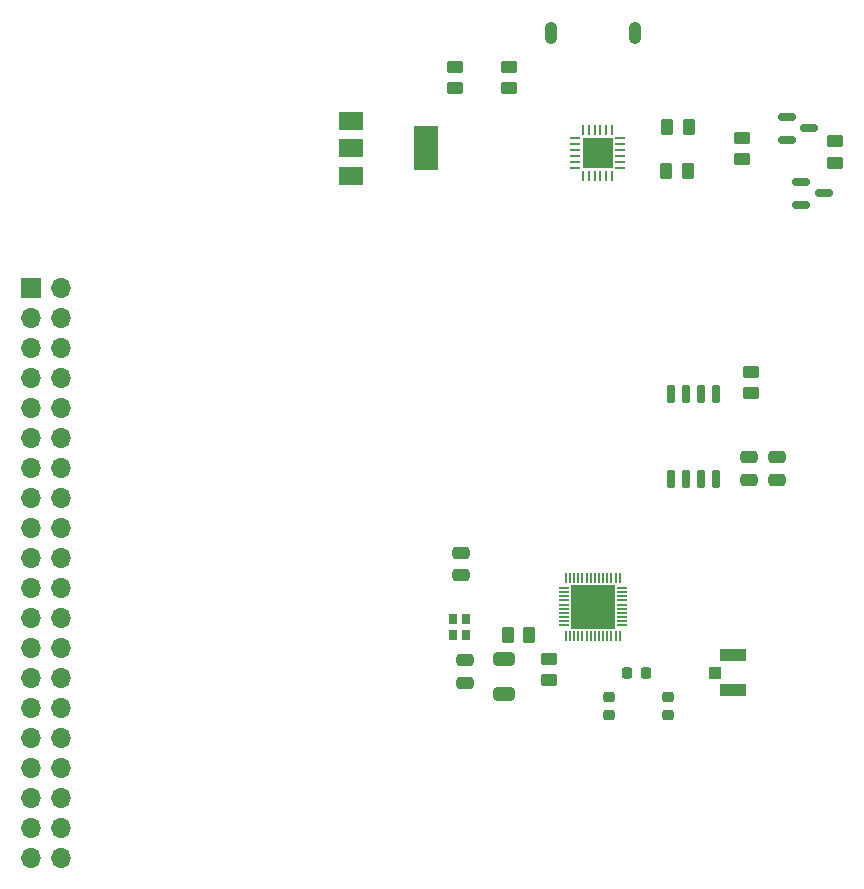
<source format=gbr>
%TF.GenerationSoftware,KiCad,Pcbnew,6.0.11-3.fc37*%
%TF.CreationDate,2023-03-10T11:04:47-06:00*%
%TF.ProjectId,ESP32,45535033-322e-46b6-9963-61645f706362,rev?*%
%TF.SameCoordinates,Original*%
%TF.FileFunction,Soldermask,Top*%
%TF.FilePolarity,Negative*%
%FSLAX46Y46*%
G04 Gerber Fmt 4.6, Leading zero omitted, Abs format (unit mm)*
G04 Created by KiCad (PCBNEW 6.0.11-3.fc37) date 2023-03-10 11:04:47*
%MOMM*%
%LPD*%
G01*
G04 APERTURE LIST*
G04 Aperture macros list*
%AMRoundRect*
0 Rectangle with rounded corners*
0 $1 Rounding radius*
0 $2 $3 $4 $5 $6 $7 $8 $9 X,Y pos of 4 corners*
0 Add a 4 corners polygon primitive as box body*
4,1,4,$2,$3,$4,$5,$6,$7,$8,$9,$2,$3,0*
0 Add four circle primitives for the rounded corners*
1,1,$1+$1,$2,$3*
1,1,$1+$1,$4,$5*
1,1,$1+$1,$6,$7*
1,1,$1+$1,$8,$9*
0 Add four rect primitives between the rounded corners*
20,1,$1+$1,$2,$3,$4,$5,0*
20,1,$1+$1,$4,$5,$6,$7,0*
20,1,$1+$1,$6,$7,$8,$9,0*
20,1,$1+$1,$8,$9,$2,$3,0*%
G04 Aperture macros list end*
%ADD10RoundRect,0.150000X-0.150000X0.650000X-0.150000X-0.650000X0.150000X-0.650000X0.150000X0.650000X0*%
%ADD11R,1.050000X1.000000*%
%ADD12R,2.200000X1.050000*%
%ADD13R,2.000000X1.500000*%
%ADD14R,2.000000X3.800000*%
%ADD15RoundRect,0.250000X-0.262500X-0.450000X0.262500X-0.450000X0.262500X0.450000X-0.262500X0.450000X0*%
%ADD16R,0.800000X0.900000*%
%ADD17RoundRect,0.250000X-0.450000X0.262500X-0.450000X-0.262500X0.450000X-0.262500X0.450000X0.262500X0*%
%ADD18RoundRect,0.250000X0.450000X-0.262500X0.450000X0.262500X-0.450000X0.262500X-0.450000X-0.262500X0*%
%ADD19RoundRect,0.218750X0.218750X0.256250X-0.218750X0.256250X-0.218750X-0.256250X0.218750X-0.256250X0*%
%ADD20RoundRect,0.150000X-0.587500X-0.150000X0.587500X-0.150000X0.587500X0.150000X-0.587500X0.150000X0*%
%ADD21R,1.700000X1.700000*%
%ADD22O,1.700000X1.700000*%
%ADD23RoundRect,0.250000X0.475000X-0.250000X0.475000X0.250000X-0.475000X0.250000X-0.475000X-0.250000X0*%
%ADD24RoundRect,0.225000X-0.250000X0.225000X-0.250000X-0.225000X0.250000X-0.225000X0.250000X0.225000X0*%
%ADD25RoundRect,0.250000X-0.475000X0.250000X-0.475000X-0.250000X0.475000X-0.250000X0.475000X0.250000X0*%
%ADD26RoundRect,0.062500X-0.062500X0.350000X-0.062500X-0.350000X0.062500X-0.350000X0.062500X0.350000X0*%
%ADD27RoundRect,0.062500X-0.350000X0.062500X-0.350000X-0.062500X0.350000X-0.062500X0.350000X0.062500X0*%
%ADD28R,2.600000X2.600000*%
%ADD29RoundRect,0.250000X-0.650000X0.325000X-0.650000X-0.325000X0.650000X-0.325000X0.650000X0.325000X0*%
%ADD30RoundRect,0.050000X0.050000X-0.350000X0.050000X0.350000X-0.050000X0.350000X-0.050000X-0.350000X0*%
%ADD31RoundRect,0.050000X0.350000X-0.050000X0.350000X0.050000X-0.350000X0.050000X-0.350000X-0.050000X0*%
%ADD32R,3.700000X3.700000*%
%ADD33O,1.050000X1.900000*%
G04 APERTURE END LIST*
D10*
%TO.C,U3*%
X80405000Y-52000000D03*
X79135000Y-52000000D03*
X77865000Y-52000000D03*
X76595000Y-52000000D03*
X76595000Y-59200000D03*
X77865000Y-59200000D03*
X79135000Y-59200000D03*
X80405000Y-59200000D03*
%TD*%
D11*
%TO.C,AE1*%
X80350000Y-75600000D03*
D12*
X81875000Y-77075000D03*
X81875000Y-74125000D03*
%TD*%
D13*
%TO.C,U1*%
X49550000Y-28900000D03*
D14*
X55850000Y-31200000D03*
D13*
X49550000Y-31200000D03*
X49550000Y-33500000D03*
%TD*%
D15*
%TO.C,R9*%
X76212500Y-33075000D03*
X78037500Y-33075000D03*
%TD*%
D16*
%TO.C,Y1*%
X59250000Y-72400000D03*
X59250000Y-71000000D03*
X58150000Y-71000000D03*
X58150000Y-72400000D03*
%TD*%
D17*
%TO.C,R7*%
X58300000Y-24287500D03*
X58300000Y-26112500D03*
%TD*%
D18*
%TO.C,R6*%
X82600000Y-32112500D03*
X82600000Y-30287500D03*
%TD*%
D17*
%TO.C,R5*%
X90500000Y-30575000D03*
X90500000Y-32400000D03*
%TD*%
D19*
%TO.C,L1*%
X74487500Y-75600000D03*
X72912500Y-75600000D03*
%TD*%
D18*
%TO.C,R4*%
X83400000Y-51912500D03*
X83400000Y-50087500D03*
%TD*%
D20*
%TO.C,Q2*%
X86462500Y-28550000D03*
X86462500Y-30450000D03*
X88337500Y-29500000D03*
%TD*%
D21*
%TO.C,J1*%
X22400000Y-43000000D03*
D22*
X24940000Y-43000000D03*
X22400000Y-45540000D03*
X24940000Y-45540000D03*
X22400000Y-48080000D03*
X24940000Y-48080000D03*
X22400000Y-50620000D03*
X24940000Y-50620000D03*
X22400000Y-53160000D03*
X24940000Y-53160000D03*
X22400000Y-55700000D03*
X24940000Y-55700000D03*
X22400000Y-58240000D03*
X24940000Y-58240000D03*
X22400000Y-60780000D03*
X24940000Y-60780000D03*
X22400000Y-63320000D03*
X24940000Y-63320000D03*
X22400000Y-65860000D03*
X24940000Y-65860000D03*
X22400000Y-68400000D03*
X24940000Y-68400000D03*
X22400000Y-70940000D03*
X24940000Y-70940000D03*
X22400000Y-73480000D03*
X24940000Y-73480000D03*
X22400000Y-76020000D03*
X24940000Y-76020000D03*
X22400000Y-78560000D03*
X24940000Y-78560000D03*
X22400000Y-81100000D03*
X24940000Y-81100000D03*
X22400000Y-83640000D03*
X24940000Y-83640000D03*
X22400000Y-86180000D03*
X24940000Y-86180000D03*
X22400000Y-88720000D03*
X24940000Y-88720000D03*
X22400000Y-91260000D03*
X24940000Y-91260000D03*
%TD*%
D23*
%TO.C,C9*%
X59200000Y-76450000D03*
X59200000Y-74550000D03*
%TD*%
D15*
%TO.C,R8*%
X76287500Y-29400000D03*
X78112500Y-29400000D03*
%TD*%
D24*
%TO.C,C3*%
X76400000Y-77625000D03*
X76400000Y-79175000D03*
%TD*%
D18*
%TO.C,FB1*%
X66300000Y-76212500D03*
X66300000Y-74387500D03*
%TD*%
D25*
%TO.C,C10*%
X58800000Y-65450000D03*
X58800000Y-67350000D03*
%TD*%
D26*
%TO.C,U4*%
X71650000Y-29662500D03*
X71150000Y-29662500D03*
X70650000Y-29662500D03*
X70150000Y-29662500D03*
X69650000Y-29662500D03*
X69150000Y-29662500D03*
D27*
X68462500Y-30350000D03*
X68462500Y-30850000D03*
X68462500Y-31350000D03*
X68462500Y-31850000D03*
X68462500Y-32350000D03*
X68462500Y-32850000D03*
D26*
X69150000Y-33537500D03*
X69650000Y-33537500D03*
X70150000Y-33537500D03*
X70650000Y-33537500D03*
X71150000Y-33537500D03*
X71650000Y-33537500D03*
D27*
X72337500Y-32850000D03*
X72337500Y-32350000D03*
X72337500Y-31850000D03*
X72337500Y-31350000D03*
X72337500Y-30850000D03*
X72337500Y-30350000D03*
D28*
X70400000Y-31600000D03*
%TD*%
D23*
%TO.C,C17*%
X83200000Y-59250000D03*
X83200000Y-57350000D03*
%TD*%
D29*
%TO.C,C15*%
X62500000Y-74425000D03*
X62500000Y-77375000D03*
%TD*%
D15*
%TO.C,R3*%
X62787500Y-72400000D03*
X64612500Y-72400000D03*
%TD*%
D30*
%TO.C,U2*%
X67725000Y-72450000D03*
X68075000Y-72450000D03*
X68425000Y-72450000D03*
X68775000Y-72450000D03*
X69125000Y-72450000D03*
X69475000Y-72450000D03*
X69825000Y-72450000D03*
X70175000Y-72450000D03*
X70525000Y-72450000D03*
X70875000Y-72450000D03*
X71225000Y-72450000D03*
X71575000Y-72450000D03*
X71925000Y-72450000D03*
X72275000Y-72450000D03*
D31*
X72450000Y-71575000D03*
X72450000Y-71225000D03*
X72450000Y-70875000D03*
X72450000Y-70525000D03*
X72450000Y-70175000D03*
X72450000Y-69825000D03*
X72450000Y-69475000D03*
X72450000Y-69125000D03*
X72450000Y-68775000D03*
X72450000Y-68425000D03*
D30*
X72275000Y-67550000D03*
X71925000Y-67550000D03*
X71575000Y-67550000D03*
X71225000Y-67550000D03*
X70875000Y-67550000D03*
X70525000Y-67550000D03*
X70175000Y-67550000D03*
X69825000Y-67550000D03*
X69475000Y-67550000D03*
X69125000Y-67550000D03*
X68775000Y-67550000D03*
X68425000Y-67550000D03*
X68075000Y-67550000D03*
X67725000Y-67550000D03*
D31*
X67550000Y-68425000D03*
X67550000Y-68775000D03*
X67550000Y-69125000D03*
X67550000Y-69475000D03*
X67550000Y-69825000D03*
X67550000Y-70175000D03*
X67550000Y-70525000D03*
X67550000Y-70875000D03*
X67550000Y-71225000D03*
X67550000Y-71575000D03*
D32*
X70000000Y-70000000D03*
%TD*%
D24*
%TO.C,C5*%
X71400000Y-77625000D03*
X71400000Y-79175000D03*
%TD*%
D20*
%TO.C,Q1*%
X87662500Y-34050000D03*
X87662500Y-35950000D03*
X89537500Y-35000000D03*
%TD*%
D18*
%TO.C,R1*%
X62900000Y-26112500D03*
X62900000Y-24287500D03*
%TD*%
D23*
%TO.C,C8*%
X85600000Y-59250000D03*
X85600000Y-57350000D03*
%TD*%
D33*
%TO.C,J2*%
X73575000Y-21400000D03*
X66425000Y-21400000D03*
%TD*%
M02*

</source>
